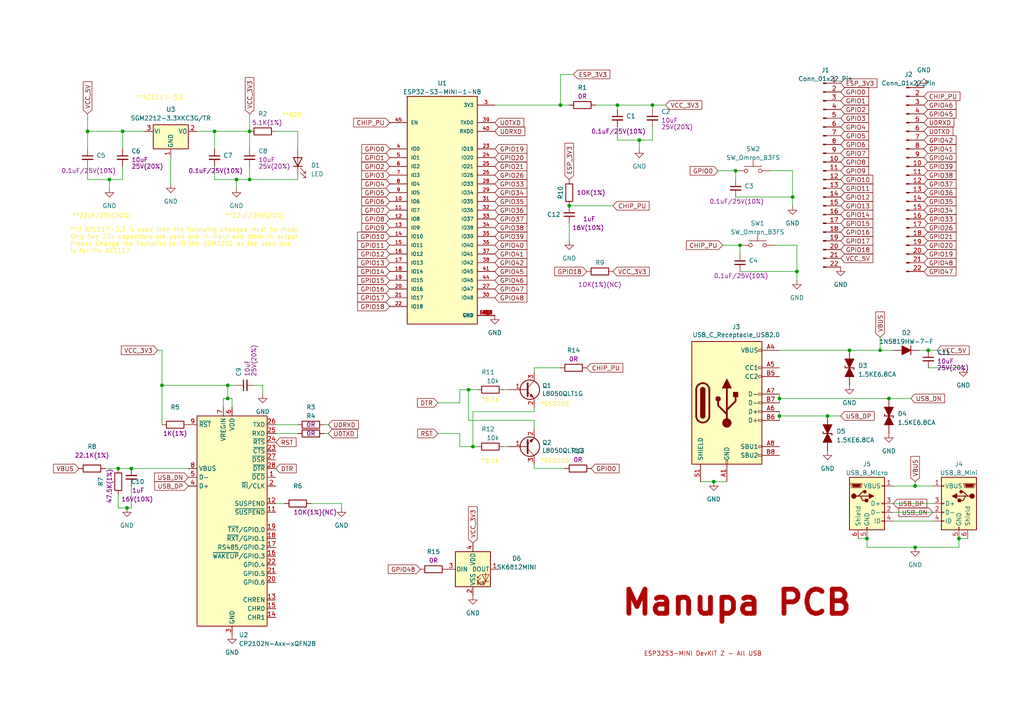
<source format=kicad_sch>
(kicad_sch (version 20230121) (generator eeschema)
  (paper "A4")
  (junction (at 35.56 38.1))
  (junction (at 257.81 115.57))
  (junction (at 165.1 59.69))
  (junction (at 62.23 38.1))
  (junction (at 265.43 140.97))
  (junction (at 213.36 49.53))
  (junction (at 179.07 30.48))
  (junction (at 229.87 57.15))
  (junction (at 162.56 30.48))
  (junction (at 66.04 115.57))
  (junction (at 46.99 111.76))
  (junction (at 31.75 52.07))
  (junction (at 25.4 38.1))
  (junction (at 68.58 52.07))
  (junction (at 72.39 38.1))
  (junction (at 240.03 120.65))
  (junction (at 36.83 147.32))
  (junction (at 265.43 158.75))
  (junction (at 246.38 101.6))
  (junction (at 231.14 78.74))
  (junction (at 137.16 129.54))
  (junction (at 226.06 120.65))
  (junction (at 207.01 139.7))
  (junction (at 278.13 156.21))
  (junction (at 189.23 30.48))
  (junction (at 255.27 101.6))
  (junction (at 214.63 71.12))
  (junction (at 38.1 135.89))
  (junction (at 269.24 101.6))
  (junction (at 72.39 52.07))
  (junction (at 66.04 111.76))
  (junction (at 226.06 115.57))
  (junction (at 185.42 40.64))
  (junction (at 34.29 135.89))
  (junction (at 251.46 156.21))
  (junction (at 135.89 113.03))
  (wire (pts (xy 255.27 97.79) (xy 255.27 101.6)))
  (wire (pts (xy 34.29 143.51) (xy 34.29 147.32)))
  (wire (pts (xy 214.63 73.66) (xy 214.63 71.12)))
  (wire (pts (xy 226.06 120.65) (xy 226.06 121.92)))
  (wire (pts (xy 207.01 139.7) (xy 210.82 139.7)))
  (wire (pts (xy 146.05 129.54) (xy 147.32 129.54)))
  (wire (pts (xy 179.07 40.64) (xy 185.42 40.64)))
  (wire (pts (xy 154.94 119.38) (xy 137.16 119.38)))
  (wire (pts (xy 38.1 135.89) (xy 54.61 135.89)))
  (wire (pts (xy 264.16 115.57) (xy 257.81 115.57)))
  (wire (pts (xy 38.1 147.32) (xy 36.83 147.32)))
  (wire (pts (xy 223.52 49.53) (xy 229.87 49.53)))
  (wire (pts (xy 189.23 30.48) (xy 193.04 30.48)))
  (wire (pts (xy 68.58 52.07) (xy 72.39 52.07)))
  (wire (pts (xy 209.55 71.12) (xy 214.63 71.12)))
  (wire (pts (xy 259.08 151.13) (xy 270.51 151.13)))
  (wire (pts (xy 62.23 52.07) (xy 62.23 48.26)))
  (wire (pts (xy 80.01 125.73) (xy 86.36 125.73)))
  (wire (pts (xy 127 116.84) (xy 133.35 116.84)))
  (wire (pts (xy 93.98 123.19) (xy 95.25 123.19)))
  (wire (pts (xy 68.58 52.07) (xy 68.58 54.61)))
  (wire (pts (xy 93.98 125.73) (xy 95.25 125.73)))
  (wire (pts (xy 189.23 40.64) (xy 189.23 36.83)))
  (wire (pts (xy 259.08 146.05) (xy 270.51 146.05)))
  (wire (pts (xy 259.08 148.59) (xy 270.51 148.59)))
  (wire (pts (xy 133.35 116.84) (xy 133.35 113.03)))
  (wire (pts (xy 147.32 113.03) (xy 146.05 113.03)))
  (wire (pts (xy 35.56 52.07) (xy 35.56 48.26)))
  (wire (pts (xy 72.39 52.07) (xy 72.39 48.26)))
  (wire (pts (xy 255.27 101.6) (xy 259.08 101.6)))
  (wire (pts (xy 25.4 52.07) (xy 25.4 48.26)))
  (wire (pts (xy 213.36 57.15) (xy 229.87 57.15)))
  (wire (pts (xy 64.77 118.11) (xy 64.77 115.57)))
  (wire (pts (xy 231.14 78.74) (xy 231.14 81.28)))
  (wire (pts (xy 154.94 118.11) (xy 154.94 119.38)))
  (wire (pts (xy 82.55 146.05) (xy 80.01 146.05)))
  (wire (pts (xy 133.35 125.73) (xy 133.35 129.54)))
  (wire (pts (xy 72.39 52.07) (xy 86.36 52.07)))
  (wire (pts (xy 203.2 139.7) (xy 207.01 139.7)))
  (wire (pts (xy 243.84 120.65) (xy 240.03 120.65)))
  (wire (pts (xy 165.1 59.69) (xy 177.8 59.69)))
  (wire (pts (xy 25.4 52.07) (xy 31.75 52.07)))
  (wire (pts (xy 278.13 158.75) (xy 278.13 156.21)))
  (wire (pts (xy 179.07 30.48) (xy 179.07 31.75)))
  (wire (pts (xy 259.08 140.97) (xy 265.43 140.97)))
  (wire (pts (xy 90.17 146.05) (xy 99.06 146.05)))
  (wire (pts (xy 154.94 106.68) (xy 162.56 106.68)))
  (wire (pts (xy 162.56 30.48) (xy 165.1 30.48)))
  (wire (pts (xy 265.43 158.75) (xy 278.13 158.75)))
  (wire (pts (xy 162.56 21.59) (xy 162.56 30.48)))
  (wire (pts (xy 154.94 135.89) (xy 163.83 135.89)))
  (wire (pts (xy 86.36 38.1) (xy 86.36 43.18)))
  (wire (pts (xy 72.39 38.1) (xy 72.39 43.18)))
  (wire (pts (xy 66.04 111.76) (xy 46.99 111.76)))
  (wire (pts (xy 137.16 119.38) (xy 137.16 129.54)))
  (wire (pts (xy 226.06 119.38) (xy 226.06 120.65)))
  (wire (pts (xy 226.06 115.57) (xy 226.06 116.84)))
  (wire (pts (xy 34.29 147.32) (xy 36.83 147.32)))
  (wire (pts (xy 246.38 101.6) (xy 255.27 101.6)))
  (wire (pts (xy 229.87 49.53) (xy 229.87 57.15)))
  (wire (pts (xy 35.56 43.18) (xy 35.56 38.1)))
  (wire (pts (xy 38.1 140.97) (xy 38.1 147.32)))
  (wire (pts (xy 214.63 78.74) (xy 231.14 78.74)))
  (wire (pts (xy 57.15 38.1) (xy 62.23 38.1)))
  (wire (pts (xy 86.36 50.8) (xy 86.36 52.07)))
  (wire (pts (xy 25.4 38.1) (xy 35.56 38.1)))
  (wire (pts (xy 185.42 40.64) (xy 189.23 40.64)))
  (wire (pts (xy 224.79 71.12) (xy 231.14 71.12)))
  (wire (pts (xy 62.23 38.1) (xy 72.39 38.1)))
  (wire (pts (xy 179.07 40.64) (xy 179.07 36.83)))
  (wire (pts (xy 25.4 38.1) (xy 25.4 43.18)))
  (wire (pts (xy 226.06 101.6) (xy 246.38 101.6)))
  (wire (pts (xy 99.06 147.32) (xy 99.06 146.05)))
  (wire (pts (xy 46.99 111.76) (xy 46.99 123.19)))
  (wire (pts (xy 166.37 21.59) (xy 162.56 21.59)))
  (wire (pts (xy 46.99 101.6) (xy 46.99 111.76)))
  (wire (pts (xy 154.94 107.95) (xy 154.94 106.68)))
  (wire (pts (xy 229.87 57.15) (xy 229.87 59.69)))
  (wire (pts (xy 138.43 129.54) (xy 137.16 129.54)))
  (wire (pts (xy 179.07 30.48) (xy 189.23 30.48)))
  (wire (pts (xy 76.2 114.3) (xy 76.2 111.76)))
  (wire (pts (xy 133.35 113.03) (xy 135.89 113.03)))
  (wire (pts (xy 154.94 121.92) (xy 154.94 124.46)))
  (wire (pts (xy 231.14 71.12) (xy 231.14 78.74)))
  (wire (pts (xy 226.06 114.3) (xy 226.06 115.57)))
  (wire (pts (xy 68.58 111.76) (xy 66.04 111.76)))
  (wire (pts (xy 34.29 135.89) (xy 38.1 135.89)))
  (wire (pts (xy 66.04 115.57) (xy 67.31 115.57)))
  (wire (pts (xy 278.13 156.21) (xy 280.67 156.21)))
  (wire (pts (xy 143.51 30.48) (xy 162.56 30.48)))
  (wire (pts (xy 31.75 52.07) (xy 35.56 52.07)))
  (wire (pts (xy 189.23 30.48) (xy 189.23 31.75)))
  (wire (pts (xy 208.28 49.53) (xy 213.36 49.53)))
  (wire (pts (xy 25.4 33.02) (xy 25.4 38.1)))
  (wire (pts (xy 265.43 140.97) (xy 270.51 140.97)))
  (wire (pts (xy 248.92 156.21) (xy 251.46 156.21)))
  (wire (pts (xy 45.72 101.6) (xy 46.99 101.6)))
  (wire (pts (xy 137.16 129.54) (xy 133.35 129.54)))
  (wire (pts (xy 135.89 113.03) (xy 135.89 121.92)))
  (wire (pts (xy 266.7 101.6) (xy 269.24 101.6)))
  (wire (pts (xy 67.31 115.57) (xy 67.31 118.11)))
  (wire (pts (xy 31.75 52.07) (xy 31.75 54.61)))
  (wire (pts (xy 127 125.73) (xy 133.35 125.73)))
  (wire (pts (xy 251.46 158.75) (xy 251.46 156.21)))
  (wire (pts (xy 269.24 106.68) (xy 279.4 106.68)))
  (wire (pts (xy 72.39 33.02) (xy 72.39 38.1)))
  (wire (pts (xy 80.01 38.1) (xy 86.36 38.1)))
  (wire (pts (xy 240.03 120.65) (xy 226.06 120.65)))
  (wire (pts (xy 64.77 115.57) (xy 66.04 115.57)))
  (wire (pts (xy 269.24 101.6) (xy 271.78 101.6)))
  (wire (pts (xy 66.04 111.76) (xy 66.04 115.57)))
  (wire (pts (xy 265.43 139.7) (xy 265.43 140.97)))
  (wire (pts (xy 30.48 135.89) (xy 34.29 135.89)))
  (wire (pts (xy 62.23 52.07) (xy 68.58 52.07)))
  (wire (pts (xy 135.89 121.92) (xy 154.94 121.92)))
  (wire (pts (xy 185.42 40.64) (xy 185.42 43.18)))
  (wire (pts (xy 49.53 45.72) (xy 49.53 53.34)))
  (wire (pts (xy 213.36 52.07) (xy 213.36 49.53)))
  (wire (pts (xy 80.01 123.19) (xy 86.36 123.19)))
  (wire (pts (xy 135.89 113.03) (xy 138.43 113.03)))
  (wire (pts (xy 154.94 134.62) (xy 154.94 135.89)))
  (wire (pts (xy 35.56 38.1) (xy 41.91 38.1)))
  (wire (pts (xy 257.81 115.57) (xy 226.06 115.57)))
  (wire (pts (xy 251.46 158.75) (xy 265.43 158.75)))
  (wire (pts (xy 165.1 69.85) (xy 165.1 64.77)))
  (wire (pts (xy 172.72 30.48) (xy 179.07 30.48)))
  (wire (pts (xy 62.23 38.1) (xy 62.23 43.18)))
  (wire (pts (xy 76.2 111.76) (xy 73.66 111.76)))
  (text "*SS8050" (at 165.1 118.11 0) (effects (font (size 1.27 1.27)) (justify right bottom)))
  (text "*SS8050" (at 165.1 134.62 0) (effects (font (size 1.27 1.27)) (justify right bottom)))
  (text "**If AZ1117-3.3 is used then the following changes must be made, \nOnly two 22u capacitors are used one in input and other in output\nPlease Change the Footprint to fit the SGM2212 as the used one \nis for the AZ1117" (at 20.32 73.66 0) (effects (font (size 1.27 1.27)) (justify left bottom)))
  (text "**620" (at 87.63 34.29 0) (effects (font (size 1.27 1.27)) (justify right bottom)))
  (text "**AZ1117-3.3" (at 53.34 29.21 0) (effects (font (size 1.27 1.27)) (justify right bottom)))
  (text "*5.1k" (at 144.78 134.62 0) (effects (font (size 1.27 1.27)) (justify right bottom)))
  (text "**22uF/25V(20%)" (at 82.55 63.5 0) (effects (font (size 1.27 1.27)) (justify right bottom)))
  (text "*5.1k" (at 144.78 116.84 0) (effects (font (size 1.27 1.27)) (justify right bottom)))
  (text "**22uF/25V(20%)" (at 38.1 63.5 0) (effects (font (size 1.27 1.27)) (justify right bottom)))
  (text "Manupa PCB\n" (at 247.65 179.07 0) (effects (font (size 7 7) (thickness 1.4) bold) (justify right bottom)))
  (text "ESP32S3-MINI DevKIT Z - All USB" (at 220.98 190.5 0) (effects (font (size 1.27 1.27)) (justify right bottom)))
  (global_label "DTR" (shape input) (at 80.01 135.89 0) (property "Intersheetrefs" "${INTERSHEET_REFS}" (effects hide)))
  (global_label "GPIO13" (shape input) (at 243.84 59.69 0) (property "Intersheetrefs" "${INTERSHEET_REFS}" (effects hide)))
  (global_label "GPIO47" (shape input) (at 143.51 83.82 0) (property "Intersheetrefs" "${INTERSHEET_REFS}" (effects hide)))
  (global_label "GPIO36" (shape input) (at 143.51 60.96 0) (property "Intersheetrefs" "${INTERSHEET_REFS}" (effects hide)))
  (global_label "GPIO3" (shape input) (at 243.84 34.29 0) (property "Intersheetrefs" "${INTERSHEET_REFS}" (effects hide)))
  (global_label "VCC_3V3" (shape input) (at 72.39 33.02 90) (property "Intersheetrefs" "${INTERSHEET_REFS}" (effects hide)))
  (global_label "GPIO39" (shape input) (at 143.51 68.58 0) (property "Intersheetrefs" "${INTERSHEET_REFS}" (effects hide)))
  (global_label "GPIO41" (shape input) (at 267.97 43.18 0) (property "Intersheetrefs" "${INTERSHEET_REFS}" (effects hide)))
  (global_label "GPIO17" (shape input) (at 243.84 69.85 0) (property "Intersheetrefs" "${INTERSHEET_REFS}" (effects hide)))
  (global_label "GPIO10" (shape input) (at 243.84 52.07 0) (property "Intersheetrefs" "${INTERSHEET_REFS}" (effects hide)))
  (global_label "GPIO9" (shape input) (at 243.84 49.53 0) (property "Intersheetrefs" "${INTERSHEET_REFS}" (effects hide)))
  (global_label "GPIO1" (shape input) (at 243.84 29.21 0) (property "Intersheetrefs" "${INTERSHEET_REFS}" (effects hide)))
  (global_label "GPIO38" (shape input) (at 267.97 50.8 0) (property "Intersheetrefs" "${INTERSHEET_REFS}" (effects hide)))
  (global_label "GPIO1" (shape input) (at 113.03 45.72 180) (property "Intersheetrefs" "${INTERSHEET_REFS}" (effects hide)))
  (global_label "VCC_5V" (shape input) (at 243.84 74.93 0) (property "Intersheetrefs" "${INTERSHEET_REFS}" (effects hide)))
  (global_label "GPIO13" (shape input) (at 113.03 76.2 180) (property "Intersheetrefs" "${INTERSHEET_REFS}" (effects hide)))
  (global_label "GPIO18" (shape input) (at 113.03 88.9 180) (property "Intersheetrefs" "${INTERSHEET_REFS}" (effects hide)))
  (global_label "ESP_3V3" (shape input) (at 166.37 21.59 0) (property "Intersheetrefs" "${INTERSHEET_REFS}" (effects hide)))
  (global_label "GPIO41" (shape input) (at 143.51 73.66 0) (property "Intersheetrefs" "${INTERSHEET_REFS}" (effects hide)))
  (global_label "GPIO34" (shape input) (at 267.97 60.96 0) (property "Intersheetrefs" "${INTERSHEET_REFS}" (effects hide)))
  (global_label "VCC_3V3" (shape input) (at 193.04 30.48 0) (property "Intersheetrefs" "${INTERSHEET_REFS}" (effects hide)))
  (global_label "GPIO0" (shape input) (at 113.03 43.18 180) (property "Intersheetrefs" "${INTERSHEET_REFS}" (effects hide)))
  (global_label "GPIO20" (shape input) (at 267.97 71.12 0) (property "Intersheetrefs" "${INTERSHEET_REFS}" (effects hide)))
  (global_label "GPIO37" (shape input) (at 267.97 53.34 0) (property "Intersheetrefs" "${INTERSHEET_REFS}" (effects hide)))
  (global_label "GPIO21" (shape input) (at 267.97 68.58 0) (property "Intersheetrefs" "${INTERSHEET_REFS}" (effects hide)))
  (global_label "GPIO14" (shape input) (at 243.84 62.23 0) (property "Intersheetrefs" "${INTERSHEET_REFS}" (effects hide)))
  (global_label "GPIO3" (shape input) (at 113.03 50.8 180) (property "Intersheetrefs" "${INTERSHEET_REFS}" (effects hide)))
  (global_label "GPIO33" (shape input) (at 143.51 53.34 0) (property "Intersheetrefs" "${INTERSHEET_REFS}" (effects hide)))
  (global_label "VCC_5V" (shape input) (at 271.78 101.6 0) (property "Intersheetrefs" "${INTERSHEET_REFS}" (effects hide)))
  (global_label "GPIO12" (shape input) (at 113.03 73.66 180) (property "Intersheetrefs" "${INTERSHEET_REFS}" (effects hide)))
  (global_label "USB_DN" (shape input) (at 54.61 138.43 180) (property "Intersheetrefs" "${INTERSHEET_REFS}" (effects hide)))
  (global_label "GPIO39" (shape input) (at 267.97 48.26 0) (property "Intersheetrefs" "${INTERSHEET_REFS}" (effects hide)))
  (global_label "ESP_3V3" (shape input) (at 165.1 52.07 90) (property "Intersheetrefs" "${INTERSHEET_REFS}" (effects hide)))
  (global_label "VCC_3V3" (shape input) (at 45.72 101.6 180) (property "Intersheetrefs" "${INTERSHEET_REFS}" (effects hide)))
  (global_label "GPIO38" (shape input) (at 143.51 66.04 0) (property "Intersheetrefs" "${INTERSHEET_REFS}" (effects hide)))
  (global_label "GPIO17" (shape input) (at 113.03 86.36 180) (property "Intersheetrefs" "${INTERSHEET_REFS}" (effects hide)))
  (global_label "GPIO4" (shape input) (at 113.03 53.34 180) (property "Intersheetrefs" "${INTERSHEET_REFS}" (effects hide)))
  (global_label "GPIO46" (shape input) (at 267.97 30.48 0) (property "Intersheetrefs" "${INTERSHEET_REFS}" (effects hide)))
  (global_label "GPIO2" (shape input) (at 113.03 48.26 180) (property "Intersheetrefs" "${INTERSHEET_REFS}" (effects hide)))
  (global_label "CHIP_PU" (shape input) (at 170.18 106.68 0) (property "Intersheetrefs" "${INTERSHEET_REFS}" (effects hide)))
  (global_label "GPIO0" (shape input) (at 208.28 49.53 180) (property "Intersheetrefs" "${INTERSHEET_REFS}" (effects hide)))
  (global_label "GPIO6" (shape input) (at 243.84 41.91 0) (property "Intersheetrefs" "${INTERSHEET_REFS}" (effects hide)))
  (global_label "GPIO35" (shape input) (at 143.51 58.42 0) (property "Intersheetrefs" "${INTERSHEET_REFS}" (effects hide)))
  (global_label "GPIO33" (shape input) (at 267.97 63.5 0) (property "Intersheetrefs" "${INTERSHEET_REFS}" (effects hide)))
  (global_label "CHIP_PU" (shape input) (at 113.03 35.56 180) (property "Intersheetrefs" "${INTERSHEET_REFS}" (effects hide)))
  (global_label "USB_DN" (shape input) (at 264.16 115.57 0) (property "Intersheetrefs" "${INTERSHEET_REFS}" (effects hide)))
  (global_label "GPIO8" (shape input) (at 243.84 46.99 0) (property "Intersheetrefs" "${INTERSHEET_REFS}" (effects hide)))
  (global_label "GPIO21" (shape input) (at 143.51 48.26 0) (property "Intersheetrefs" "${INTERSHEET_REFS}" (effects hide)))
  (global_label "GPIO11" (shape input) (at 113.03 71.12 180) (property "Intersheetrefs" "${INTERSHEET_REFS}" (effects hide)))
  (global_label "GPIO2" (shape input) (at 243.84 31.75 0) (property "Intersheetrefs" "${INTERSHEET_REFS}" (effects hide)))
  (global_label "U0RXD" (shape input) (at 95.25 123.19 0) (property "Intersheetrefs" "${INTERSHEET_REFS}" (effects hide)))
  (global_label "GPIO46" (shape input) (at 143.51 81.28 0) (property "Intersheetrefs" "${INTERSHEET_REFS}" (effects hide)))
  (global_label "CHIP_PU" (shape input) (at 209.55 71.12 180) (property "Intersheetrefs" "${INTERSHEET_REFS}" (effects hide)))
  (global_label "U0RXD" (shape input) (at 143.51 38.1 0) (property "Intersheetrefs" "${INTERSHEET_REFS}" (effects hide)))
  (global_label "USB_DN" (shape input) (at 270.51 148.59 180) (property "Intersheetrefs" "${INTERSHEET_REFS}" (effects hide)))
  (global_label "GPIO37" (shape input) (at 143.51 63.5 0) (property "Intersheetrefs" "${INTERSHEET_REFS}" (effects hide)))
  (global_label "U0TXD" (shape input) (at 267.97 38.1 0) (property "Intersheetrefs" "${INTERSHEET_REFS}" (effects hide)))
  (global_label "GPIO0" (shape input) (at 243.84 26.67 0) (property "Intersheetrefs" "${INTERSHEET_REFS}" (effects hide)))
  (global_label "GPIO10" (shape input) (at 113.03 68.58 180) (property "Intersheetrefs" "${INTERSHEET_REFS}" (effects hide)))
  (global_label "GPIO48" (shape input) (at 143.51 86.36 0) (property "Intersheetrefs" "${INTERSHEET_REFS}" (effects hide)))
  (global_label "GPIO48" (shape input) (at 121.92 165.1 180) (property "Intersheetrefs" "${INTERSHEET_REFS}" (effects hide)))
  (global_label "RST" (shape input) (at 127 125.73 180) (property "Intersheetrefs" "${INTERSHEET_REFS}" (effects hide)))
  (global_label "VBUS" (shape input) (at 265.43 139.7 90) (property "Intersheetrefs" "${INTERSHEET_REFS}" (effects hide)))
  (global_label "VBUS" (shape input) (at 22.86 135.89 180) (property "Intersheetrefs" "${INTERSHEET_REFS}" (effects hide)))
  (global_label "CHIP_PU" (shape input) (at 177.8 59.69 0) (property "Intersheetrefs" "${INTERSHEET_REFS}" (effects hide)))
  (global_label "GPIO16" (shape input) (at 113.03 83.82 180) (property "Intersheetrefs" "${INTERSHEET_REFS}" (effects hide)))
  (global_label "USB_DP" (shape input) (at 259.08 146.05 0) (property "Intersheetrefs" "${INTERSHEET_REFS}" (effects hide)))
  (global_label "DTR" (shape input) (at 127 116.84 180) (property "Intersheetrefs" "${INTERSHEET_REFS}" (effects hide)))
  (global_label "U0TXD" (shape input) (at 95.25 125.73 0) (property "Intersheetrefs" "${INTERSHEET_REFS}" (effects hide)))
  (global_label "GPIO7" (shape input) (at 243.84 44.45 0) (property "Intersheetrefs" "${INTERSHEET_REFS}" (effects hide)))
  (global_label "RST" (shape input) (at 80.01 128.27 0) (property "Intersheetrefs" "${INTERSHEET_REFS}" (effects hide)))
  (global_label "CHIP_PU" (shape input) (at 267.97 27.94 0) (property "Intersheetrefs" "${INTERSHEET_REFS}" (effects hide)))
  (global_label "GPIO18" (shape input) (at 170.18 78.74 180) (property "Intersheetrefs" "${INTERSHEET_REFS}" (effects hide)))
  (global_label "GPIO16" (shape input) (at 243.84 67.31 0) (property "Intersheetrefs" "${INTERSHEET_REFS}" (effects hide)))
  (global_label "GPIO34" (shape input) (at 143.51 55.88 0) (property "Intersheetrefs" "${INTERSHEET_REFS}" (effects hide)))
  (global_label "GPIO15" (shape input) (at 113.03 81.28 180) (property "Intersheetrefs" "${INTERSHEET_REFS}" (effects hide)))
  (global_label "ESP_3V3" (shape input) (at 243.84 24.13 0) (property "Intersheetrefs" "${INTERSHEET_REFS}" (effects hide)))
  (global_label "GPIO35" (shape input) (at 267.97 58.42 0) (property "Intersheetrefs" "${INTERSHEET_REFS}" (effects hide)))
  (global_label "GPIO36" (shape input) (at 267.97 55.88 0) (property "Intersheetrefs" "${INTERSHEET_REFS}" (effects hide)))
  (global_label "GPIO5" (shape input) (at 243.84 39.37 0) (property "Intersheetrefs" "${INTERSHEET_REFS}" (effects hide)))
  (global_label "GPIO4" (shape input) (at 243.84 36.83 0) (property "Intersheetrefs" "${INTERSHEET_REFS}" (effects hide)))
  (global_label "GPIO19" (shape input) (at 143.51 43.18 0) (property "Intersheetrefs" "${INTERSHEET_REFS}" (effects hide)))
  (global_label "VCC_5V" (shape input) (at 25.4 33.02 90) (property "Intersheetrefs" "${INTERSHEET_REFS}" (effects hide)))
  (global_label "USB_DP" (shape input) (at 54.61 140.97 180) (property "Intersheetrefs" "${INTERSHEET_REFS}" (effects hide)))
  (global_label "VCC_3V3" (shape input) (at 137.16 157.48 90) (property "Intersheetrefs" "${INTERSHEET_REFS}" (effects hide)))
  (global_label "GPIO18" (shape input) (at 243.84 72.39 0) (property "Intersheetrefs" "${INTERSHEET_REFS}" (effects hide)))
  (global_label "GPIO42" (shape input) (at 143.51 76.2 0) (property "Intersheetrefs" "${INTERSHEET_REFS}" (effects hide)))
  (global_label "U0RXD" (shape input) (at 267.97 35.56 0) (property "Intersheetrefs" "${INTERSHEET_REFS}" (effects hide)))
  (global_label "GPIO48" (shape input) (at 267.97 76.2 0) (property "Intersheetrefs" "${INTERSHEET_REFS}" (effects hide)))
  (global_label "GPIO15" (shape input) (at 243.84 64.77 0) (property "Intersheetrefs" "${INTERSHEET_REFS}" (effects hide)))
  (global_label "GPIO19" (shape input) (at 267.97 73.66 0) (property "Intersheetrefs" "${INTERSHEET_REFS}" (effects hide)))
  (global_label "GPIO47" (shape input) (at 267.97 78.74 0) (property "Intersheetrefs" "${INTERSHEET_REFS}" (effects hide)))
  (global_label "GPIO26" (shape input) (at 143.51 50.8 0) (property "Intersheetrefs" "${INTERSHEET_REFS}" (effects hide)))
  (global_label "GPIO40" (shape input) (at 143.51 71.12 0) (property "Intersheetrefs" "${INTERSHEET_REFS}" (effects hide)))
  (global_label "GPIO42" (shape input) (at 267.97 40.64 0) (property "Intersheetrefs" "${INTERSHEET_REFS}" (effects hide)))
  (global_label "GPIO9" (shape input) (at 113.03 66.04 180) (property "Intersheetrefs" "${INTERSHEET_REFS}" (effects hide)))
  (global_label "GPIO5" (shape input) (at 113.03 55.88 180) (property "Intersheetrefs" "${INTERSHEET_REFS}" (effects hide)))
  (global_label "GPIO8" (shape input) (at 113.03 63.5 180) (property "Intersheetrefs" "${INTERSHEET_REFS}" (effects hide)))
  (global_label "VCC_3V3" (shape input) (at 177.8 78.74 0) (property "Intersheetrefs" "${INTERSHEET_REFS}" (effects hide)))
  (global_label "GPIO11" (shape input) (at 243.84 54.61 0) (property "Intersheetrefs" "${INTERSHEET_REFS}" (effects hide)))
  (global_label "GPIO12" (shape input) (at 243.84 57.15 0) (property "Intersheetrefs" "${INTERSHEET_REFS}" (effects hide)))
  (global_label "GPIO45" (shape input) (at 267.97 33.02 0) (property "Intersheetrefs" "${INTERSHEET_REFS}" (effects hide)))
  (global_label "GPIO26" (shape input) (at 267.97 66.04 0) (property "Intersheetrefs" "${INTERSHEET_REFS}" (effects hide)))
  (global_label "GPIO40" (shape input) (at 267.97 45.72 0) (property "Intersheetrefs" "${INTERSHEET_REFS}" (effects hide)))
  (global_label "USB_DP" (shape input) (at 243.84 120.65 0) (property "Intersheetrefs" "${INTERSHEET_REFS}" (effects hide)))
  (global_label "GPIO45" (shape input) (at 143.51 78.74 0) (property "Intersheetrefs" "${INTERSHEET_REFS}" (effects hide)))
  (global_label "U0TXD" (shape input) (at 143.51 35.56 0) (property "Intersheetrefs" "${INTERSHEET_REFS}" (effects hide)))
  (global_label "GPIO0" (shape input) (at 171.45 135.89 0) (property "Intersheetrefs" "${INTERSHEET_REFS}" (effects hide)))
  (global_label "GPIO20" (shape input) (at 143.51 45.72 0) (property "Intersheetrefs" "${INTERSHEET_REFS}" (effects hide)))
  (global_label "GPIO6" (shape input) (at 113.03 58.42 180) (property "Intersheetrefs" "${INTERSHEET_REFS}" (effects hide)))
  (global_label "GPIO14" (shape input) (at 113.03 78.74 180) (property "Intersheetrefs" "${INTERSHEET_REFS}" (effects hide)))
  (global_label "GPIO7" (shape input) (at 113.03 60.96 180) (property "Intersheetrefs" "${INTERSHEET_REFS}" (effects hide)))
  (global_label "VBUS" (shape input) (at 255.27 97.79 90) (property "Intersheetrefs" "${INTERSHEET_REFS}" (effects hide)))
  (symbol (lib_id "PCM_4ms_Power-symbol:GND") (at 99.06 147.32 0) (unit 1)
    (property "Reference" "#PWR012" (effects hide))
    (property "Value" "GND" (at 99.06 152.4 0))
  )
  (symbol (lib_id "Interface_USB:CP2102N-Axx-xQFN28") (at 67.31 151.13 0) (unit 1)
    (property "Reference" "U2" (at 69.2659 184.15 0) (effects (justify left)))
    (property "Value" "CP2102N-Axx-xQFN28" (at 69.2659 186.69 0) (effects (justify left)))
    (property "Footprint" "Package_DFN_QFN:QFN-28-1EP_5x5mm_P0.5mm_EP3.35x3.35mm" (effects hide))
    (property "Datasheet" "https://www.silabs.com/documents/public/data-sheets/cp2102n-datasheet.pdf" (effects hide))
  )
  (symbol (lib_id "PCM_4ms_Resistor:0R_0603") (at 167.64 135.89 90) (unit 1)
    (property "Reference" "R13" (at 167.64 130.81 90))
    (property "Value" "0R_0603" (effects hide))
    (property "Footprint" "PCM_4ms_Resistor:R_0603" (effects hide))
    (property "Specifications" "0R, 1%, 1/10W, 0603" (effects hide))
    (property "Manufacturer" "Yageo" (effects hide))
    (property "Part Number" "RC0603FR-100RL" (effects hide))
    (property "Display" "0R" (at 167.64 133.35 90))
    (property "JLCPCB ID" "C21189" (effects hide))
  )
  (symbol (lib_id "PCM_4ms_Power-symbol:GND") (at 231.14 81.28 0) (unit 1)
    (property "Reference" "#PWR06" (effects hide))
    (property "Value" "GND" (at 231.14 86.36 0))
  )
  (symbol (lib_id "PCM_4ms_Resistor:0R_0603") (at 168.91 30.48 90) (unit 1)
    (property "Reference" "R1" (at 168.91 25.4 90))
    (property "Value" "0R_0603" (effects hide))
    (property "Footprint" "PCM_4ms_Resistor:R_0603" (effects hide))
    (property "Specifications" "0R, 1%, 1/10W, 0603" (effects hide))
    (property "Manufacturer" "Yageo" (effects hide))
    (property "Part Number" "RC0603FR-100RL" (effects hide))
    (property "Display" "0R" (at 168.91 27.94 90))
    (property "JLCPCB ID" "C21189" (effects hide))
  )
  (symbol (lib_id "PCM_4ms_Power-symbol:GND") (at 246.38 111.76 0) (unit 1)
    (property "Reference" "#PWR021" (effects hide))
    (property "Value" "GND" (at 246.38 116.84 0))
  )
  (symbol (lib_id "PCM_4ms_Capacitor:0.1uF_0603_16V") (at 62.23 45.72 0) (unit 1)
    (property "Reference" "C7" (at 64.77 45.0913 0) (effects (justify left)))
    (property "Value" "0.1uF_0603_16V" (effects hide))
    (property "Footprint" "Capacitor_SMD:C_0603_1608Metric" (effects hide))
    (property "Specifications" "0.1uF, Min. 16V 10%, X7R or X5R or similar" (effects hide))
    (property "Manufacturer" "AVX Corporation" (effects hide))
    (property "Part Number" "0603YC104KAT2A" (effects hide))
    (property "Display" "0.1uF/25V(10%)" (at 54.61 49.53 0) (effects (justify left)))
    (property "JLCPCB ID" "C14663" (effects hide))
  )
  (symbol (lib_id "PCM_4ms_Capacitor:0.1uF_0603_16V") (at 179.07 34.29 0) (unit 1)
    (property "Reference" "C1" (at 181.61 33.6613 0) (effects (justify left)))
    (property "Value" "0.1uF_0603_16V" (effects hide))
    (property "Footprint" "Capacitor_SMD:C_0603_1608Metric" (effects hide))
    (property "Specifications" "0.1uF, Min. 16V 10%, X7R or X5R or similar" (effects hide))
    (property "Manufacturer" "AVX Corporation" (effects hide))
    (property "Part Number" "0603YC104KAT2A" (effects hide))
    (property "Display" "0.1uF/25V(10%)" (at 171.45 38.1 0) (effects (justify left)))
    (property "JLCPCB ID" "C14663" (effects hide))
  )
  (symbol (lib_id "PCM_4ms_Capacitor:0.1uF_0603_16V") (at 25.4 45.72 0) (unit 1)
    (property "Reference" "C5" (at 27.94 45.0913 0) (effects (justify left)))
    (property "Value" "0.1uF_0603_16V" (effects hide))
    (property "Footprint" "Capacitor_SMD:C_0603_1608Metric" (effects hide))
    (property "Specifications" "0.1uF, Min. 16V 10%, X7R or X5R or similar" (effects hide))
    (property "Manufacturer" "AVX Corporation" (effects hide))
    (property "Part Number" "0603YC104KAT2A" (effects hide))
    (property "Display" "0.1uF/25V(10%)" (at 17.78 49.53 0) (effects (justify left)))
    (property "JLCPCB ID" "C14663" (effects hide))
  )
  (symbol (lib_id "PCM_Diode_TVS_AKL:1.5KE6.8CA") (at 246.38 106.68 90) (unit 1)
    (property "Reference" "D3" (at 248.92 106.045 90) (effects (justify right)))
    (property "Value" "1.5KE6.8CA" (at 248.92 108.585 90) (effects (justify right)))
    (property "Footprint" "PCM_4ms_Resistor:R_0603" (effects hide))
    (property "Datasheet" "https://www.tme.eu/Document/574f55cd54a0c134073ea930418e1e69/1_5KE_ser.pdf" (effects hide))
  )
  (symbol (lib_id "Switch:SW_Omron_B3FS") (at 219.71 71.12 0) (unit 1)
    (property "Reference" "SW1" (at 219.71 64.77 0))
    (property "Value" "SW_Omron_B3FS" (at 219.71 67.31 0))
    (property "Footprint" "Button_Switch_SMD:SW_SPST_Omron_B3FS-100xP" (effects hide))
    (property "Datasheet" "https://omronfs.omron.com/en_US/ecb/products/pdf/en-b3fs.pdf" (effects hide))
  )
  (symbol (lib_id "Connector:Conn_01x22_Pin") (at 262.89 50.8 0) (unit 1)
    (property "Reference" "J2" (at 263.525 21.59 0))
    (property "Value" "Conn_01x22_Pin" (at 263.525 24.13 0))
    (property "Footprint" "Connector_PinHeader_2.00mm:PinHeader_1x22_P2.00mm_Vertical" (effects hide))
  )
  (symbol (lib_id "PCM_4ms_Capacitor:10uF_1206_35V") (at 269.24 104.14 0) (unit 1)
    (property "Reference" "C11" (at 271.78 102.2413 0) (effects (justify left)))
    (property "Value" "10uF_1206_35V" (effects hide))
    (property "Footprint" "Capacitor_SMD:C_0603_1608Metric" (effects hide))
    (property "Specifications" "10uF, X6S, Min 35V" (effects hide))
    (property "Manufacturer" "TDK" (effects hide))
    (property "Part Number" "C3216X6S1V106K160AC" (effects hide))
    (property "Display" "10uF" (at 271.78 104.7813 0) (effects (justify left)))
    (property "JLCPCB ID" "25V(20%)" (at 271.78 106.68 0) (effects (justify left)))
  )
  (symbol (lib_id "PCM_4ms_Power-symbol:GND") (at 243.84 77.47 0) (unit 1)
    (property "Reference" "#PWR03" (effects hide))
    (property "Value" "GND" (at 243.84 82.55 0))
  )
  (symbol (lib_id "ESP32-S3-MINI-1-N8:ESP32-S3-MINI-1-N8") (at 128.27 60.96 0) (unit 1)
    (property "Reference" "U1" (at 128.27 24.13 0))
    (property "Value" "ESP32-S3-MINI-1-N8" (at 128.27 26.67 0))
    (property "Footprint" "XCVR_ESP32-S3-MINI-1-N8" (effects hide))
    (property "PARTREV" "v0.6" (effects hide))
    (property "STANDARD" "Manufacturer Recommendations" (effects hide))
    (property "MAXIMUM_PACKAGE_HEIGHT" "2.55mm" (effects hide))
    (property "MANUFACTURER" "Espressif" (effects hide))
  )
  (symbol (lib_id "PCM_4ms_Resistor:0R_0603") (at 26.67 135.89 90) (unit 1)
    (property "Reference" "R8" (at 26.67 129.54 90))
    (property "Value" "0R_0603" (effects hide))
    (property "Footprint" "PCM_4ms_Resistor:R_0603" (effects hide))
    (property "Specifications" "0R, 1%, 1/10W, 0603" (effects hide))
    (property "Manufacturer" "Yageo" (effects hide))
    (property "Part Number" "RC0603FR-100RL" (effects hide))
    (property "Display" "22.1K(1%)" (at 26.67 132.08 90))
    (property "JLCPCB ID" "C21189" (effects hide))
  )
  (symbol (lib_id "PCM_4ms_Power-symbol:GND") (at 143.51 91.44 0) (unit 1)
    (property "Reference" "#PWR01" (effects hide))
    (property "Value" "GND" (at 143.51 96.52 0))
  )
  (symbol (lib_id "PCM_Diode_TVS_AKL:1.5KE6.8CA") (at 240.03 125.73 90) (unit 1)
    (property "Reference" "D5" (at 242.57 125.095 90) (effects (justify right)))
    (property "Value" "1.5KE6.8CA" (at 242.57 127.635 90) (effects (justify right)))
    (property "Footprint" "PCM_4ms_Resistor:R_0603" (effects hide))
    (property "Datasheet" "https://www.tme.eu/Document/574f55cd54a0c134073ea930418e1e69/1_5KE_ser.pdf" (effects hide))
  )
  (symbol (lib_id "PCM_4ms_Resistor:0R_0603") (at 50.8 123.19 90) (unit 1)
    (property "Reference" "R5" (at 50.8 118.11 90))
    (property "Value" "0R_0603" (effects hide))
    (property "Footprint" "PCM_4ms_Resistor:R_0603" (effects hide))
    (property "Specifications" "0R, 1%, 1/10W, 0603" (effects hide))
    (property "Manufacturer" "Yageo" (effects hide))
    (property "Part Number" "RC0603FR-100RL" (effects hide))
    (property "Display" "1K(1%)" (at 50.8 125.73 90))
    (property "JLCPCB ID" "C21189" (effects hide))
  )
  (symbol (lib_id "ESP32_Devkit_TypeC-rescue:USB_C_Receptacle_USB2.0-Connector") (at 210.82 116.84 0) (unit 1)
    (property "Reference" "J3" (at 213.5378 94.8182 0))
    (property "Value" "USB_C_Receptacle_USB2.0" (at 213.5378 97.1296 0))
    (property "Footprint" "Connector_USB:USB_C_Receptacle_Palconn_UTC16-G" (effects hide))
    (property "Datasheet" "https://www.usb.org/sites/default/files/documents/usb_type-c.zip" (effects hide))
    (property "LCSC" "C167321" (effects hide))
  )
  (symbol (lib_id "PCM_4ms_Power-symbol:GND") (at 265.43 158.75 0) (unit 1)
    (property "Reference" "#PWR014" (effects hide))
    (property "Value" "GND" (at 265.43 163.83 0))
  )
  (symbol (lib_id "PCM_4ms_Power-symbol:GND") (at 267.97 25.4 0) (mirror x) (unit 1)
    (property "Reference" "#PWR04" (effects hide))
    (property "Value" "GND" (at 267.97 20.32 0))
  )
  (symbol (lib_id "PCM_4ms_Resistor:0R_0603") (at 90.17 125.73 90) (unit 1)
    (property "Reference" "R4" (at 90.17 120.65 90))
    (property "Value" "0R_0603" (effects hide))
    (property "Footprint" "PCM_4ms_Resistor:R_0603" (effects hide))
    (property "Specifications" "0R, 1%, 1/10W, 0603" (effects hide))
    (property "Manufacturer" "Yageo" (effects hide))
    (property "Part Number" "RC0603FR-100RL" (effects hide))
    (property "Display" "0R" (at 90.17 123.19 90))
    (property "JLCPCB ID" "C21189" (effects hide))
  )
  (symbol (lib_id "PCM_4ms_Power-symbol:GND") (at 240.03 130.81 0) (unit 1)
    (property "Reference" "#PWR016" (effects hide))
    (property "Value" "GND" (at 240.03 135.89 0))
  )
  (symbol (lib_id "LED:SK6812MINI") (at 137.16 165.1 0) (unit 1)
    (property "Reference" "D6" (at 149.86 161.9759 0))
    (property "Value" "SK6812MINI" (at 149.86 164.5159 0))
    (property "Footprint" "LED_SMD:LED_SK6812MINI_PLCC4_3.5x3.5mm_P1.75mm" (effects hide))
    (property "Datasheet" "https://cdn-shop.adafruit.com/product-files/2686/SK6812MINI_REV.01-1-2.pdf" (effects hide))
  )
  (symbol (lib_id "PCM_4ms_Capacitor:0.1uF_0603_16V") (at 214.63 76.2 0) (unit 1)
    (property "Reference" "C4" (at 217.17 75.5713 0) (effects (justify left)))
    (property "Value" "0.1uF_0603_16V" (effects hide))
    (property "Footprint" "Capacitor_SMD:C_0603_1608Metric" (effects hide))
    (property "Specifications" "0.1uF, Min. 16V 10%, X7R or X5R or similar" (effects hide))
    (property "Manufacturer" "AVX Corporation" (effects hide))
    (property "Part Number" "0603YC104KAT2A" (effects hide))
    (property "Display" "0.1uF/25V(10%)" (at 207.01 80.01 0) (effects (justify left)))
    (property "JLCPCB ID" "C14663" (effects hide))
  )
  (symbol (lib_id "PCM_4ms_Resistor:0R_0603") (at 173.99 78.74 90) (unit 1)
    (property "Reference" "R9" (at 173.99 76.2 90))
    (property "Value" "0R_0603" (effects hide))
    (property "Footprint" "PCM_4ms_Resistor:R_0603" (effects hide))
    (property "Specifications" "0R, 1%, 1/10W, 0603" (effects hide))
    (property "Manufacturer" "Yageo" (effects hide))
    (property "Part Number" "RC0603FR-100RL" (effects hide))
    (property "Display" "1OK(1%)(NC)" (at 173.99 82.55 90))
    (property "JLCPCB ID" "C21189" (effects hide))
  )
  (symbol (lib_id "PCM_4ms_Power-symbol:GND") (at 76.2 114.3 0) (unit 1)
    (property "Reference" "#PWR011" (effects hide))
    (property "Value" "GND" (at 76.2 119.38 0))
  )
  (symbol (lib_id "PCM_4ms_Resistor:0R_0603") (at 76.2 38.1 90) (unit 1)
    (property "Reference" "R2" (at 76.2 33.02 90))
    (property "Value" "0R_0603" (effects hide))
    (property "Footprint" "PCM_4ms_Resistor:R_0603" (effects hide))
    (property "Specifications" "0R, 1%, 1/10W, 0603" (effects hide))
    (property "Manufacturer" "Yageo" (effects hide))
    (property "Part Number" "RC0603FR-100RL" (effects hide))
    (property "Display" "5.1K(1%)" (at 77.47 35.56 90))
    (property "JLCPCB ID" "C21189" (effects hide))
  )
  (symbol (lib_id "PCM_4ms_Power-symbol:GND") (at 31.75 54.61 0) (unit 1)
    (property "Reference" "#PWR07" (effects hide))
    (property "Value" "GND" (at 31.75 59.69 0))
  )
  (symbol (lib_id "PCM_4ms_Power-symbol:GND") (at 137.16 172.72 0) (unit 1)
    (property "Reference" "#PWR020" (effects hide))
    (property "Value" "GND" (at 137.16 177.8 0))
  )
  (symbol (lib_id "PCM_4ms_Capacitor:10uF_1206_35V") (at 71.12 111.76 90) (unit 1)
    (property "Reference" "C9" (at 69.2213 109.22 0) (effects (justify left)))
    (property "Value" "10uF_1206_35V" (effects hide))
    (property "Footprint" "Capacitor_SMD:C_0603_1608Metric" (effects hide))
    (property "Specifications" "10uF, X6S, Min 35V" (effects hide))
    (property "Manufacturer" "TDK" (effects hide))
    (property "Part Number" "C3216X6S1V106K160AC" (effects hide))
    (property "Display" "10uF" (at 71.7613 109.22 0) (effects (justify left)))
    (property "JLCPCB ID" "25V(20%)" (at 73.66 109.22 0) (effects (justify left)))
  )
  (symbol (lib_id "PCM_4ms_Capacitor:0.1uF_0603_16V") (at 213.36 54.61 0) (unit 1)
    (property "Reference" "C3" (at 215.9 53.9813 0) (effects (justify left)))
    (property "Value" "0.1uF_0603_16V" (effects hide))
    (property "Footprint" "Capacitor_SMD:C_0603_1608Metric" (effects hide))
    (property "Specifications" "0.1uF, Min. 16V 10%, X7R or X5R or similar" (effects hide))
    (property "Manufacturer" "AVX Corporation" (effects hide))
    (property "Part Number" "0603YC104KAT2A" (effects hide))
    (property "Display" "0.1uF/25V(10%)" (at 205.74 58.42 0) (effects (justify left)))
    (property "JLCPCB ID" "C14663" (effects hide))
  )
  (symbol (lib_id "PCM_4ms_Power-symbol:GND") (at 49.53 53.34 0) (unit 1)
    (property "Reference" "#PWR09" (effects hide))
    (property "Value" "GND" (at 49.53 58.42 0))
  )
  (symbol (lib_id "PCM_4ms_Power-symbol:GND") (at 67.31 184.15 0) (unit 1)
    (property "Reference" "#PWR010" (effects hide))
    (property "Value" "GND" (at 67.31 189.23 0))
  )
  (symbol (lib_id "Regulator_Linear:AZ1117-3.3") (at 49.53 38.1 0) (unit 1)
    (property "Reference" "U3" (at 49.53 31.75 0))
    (property "Value" "SGM2212-3.3XKC3G/TR" (at 49.53 34.29 0))
    (property "Footprint" "PCM_Package_TO_SOT_SMD_AKL:SOT-223-3_TabPin2" (effects hide))
    (property "Datasheet" "https://www.diodes.com/assets/Datasheets/AZ1117.pdf" (effects hide))
  )
  (symbol (lib_id "PCM_4ms_Capacitor:10uF_1206_35V") (at 72.39 45.72 0) (unit 1)
    (property "Reference" "C8" (at 74.93 43.8213 0) (effects (justify left)))
    (property "Value" "10uF_1206_35V" (effects hide))
    (property "Footprint" "Capacitor_SMD:C_0603_1608Metric" (effects hide))
    (property "Specifications" "10uF, X6S, Min 35V" (effects hide))
    (property "Manufacturer" "TDK" (effects hide))
    (property "Part Number" "C3216X6S1V106K160AC" (effects hide))
    (property "Display" "10uF" (at 74.93 46.3613 0) (effects (justify left)))
    (property "JLCPCB ID" "25V(20%)" (at 74.93 48.26 0) (effects (justify left)))
  )
  (symbol (lib_id "PCM_Diode_AKL:1SS427") (at 262.89 101.6 0) (unit 1)
    (property "Reference" "D2" (at 262.89 96.52 0))
    (property "Value" "1N5819HW-7-F" (at 262.89 99.06 0))
    (property "Footprint" "PCM_4ms_Resistor:R_0805_2012Metric" (effects hide))
    (property "Datasheet" "https://www.tme.eu/Document/25d564543e912e0436d3d7d81c57cd6b/1SS427.pdf" (effects hide))
  )
  (symbol (lib_id "PCM_4ms_Capacitor:10uF_1206_35V") (at 38.1 138.43 180) (unit 1)
    (property "Reference" "C10" (at 41.91 139.7 0) (effects (justify left)))
    (property "Value" "10uF_1206_35V" (effects hide))
    (property "Footprint" "Capacitor_SMD:C_0603_1608Metric" (effects hide))
    (property "Specifications" "10uF, X6S, Min 35V" (effects hide))
    (property "Manufacturer" "TDK" (effects hide))
    (property "Part Number" "C3216X6S1V106K160AC" (effects hide))
    (property "Display" "1uF" (at 41.91 142.24 0) (effects (justify left)))
    (property "JLCPCB ID" "16V(10%)" (at 44.45 144.78 0) (effects (justify left)))
  )
  (symbol (lib_id "PCM_4ms_Resistor:0R_0603") (at 86.36 146.05 90) (unit 1)
    (property "Reference" "R6" (at 86.36 140.97 90))
    (property "Value" "0R_0603" (effects hide))
    (property "Footprint" "PCM_4ms_Resistor:R_0603" (effects hide))
    (property "Specifications" "0R, 1%, 1/10W, 0603" (effects hide))
    (property "Manufacturer" "Yageo" (effects hide))
    (property "Part Number" "RC0603FR-100RL" (effects hide))
    (property "Display" "1OK(1%)(NC)" (at 91.44 148.59 90))
    (property "JLCPCB ID" "C21189" (effects hide))
  )
  (symbol (lib_id "PCM_4ms_Power-symbol:GND") (at 207.01 139.7 0) (unit 1)
    (property "Reference" "#PWR015" (effects hide))
    (property "Value" "GND" (at 207.01 144.78 0))
  )
  (symbol (lib_id "PCM_4ms_Capacitor:10uF_1206_35V") (at 35.56 45.72 0) (unit 1)
    (property "Reference" "C6" (at 38.1 43.8213 0) (effects (justify left)))
    (property "Value" "10uF_1206_35V" (effects hide))
    (property "Footprint" "Capacitor_SMD:C_0603_1608Metric" (effects hide))
    (property "Specifications" "10uF, X6S, Min 35V" (effects hide))
    (property "Manufacturer" "TDK" (effects hide))
    (property "Part Number" "C3216X6S1V106K160AC" (effects hide))
    (property "Display" "10uF" (at 38.1 46.3613 0) (effects (justify left)))
    (property "JLCPCB ID" "25V(20%)" (at 38.1 48.26 0) (effects (justify left)))
  )
  (symbol (lib_id "Connector:USB_B_Micro") (at 251.46 146.05 0) (unit 1)
    (property "Reference" "J5" (at 251.46 134.62 0))
    (property "Value" "USB_B_Micro" (at 251.46 137.16 0))
    (property "Footprint" "Connector_USB:USB_Micro-AB_Molex_47590-0001" (effects hide))
  )
  (symbol (lib_id "Transistor_BJT:MMBT3904") (at 152.4 113.03 0) (unit 1)
    (property "Reference" "Q1" (at 157.226 111.8616 0) (effects (justify left)))
    (property "Value" "L8050QLT1G" (at 157.226 114.173 0) (effects (justify left)))
    (property "Footprint" "Package_TO_SOT_SMD:SOT-23" (effects hide))
    (property "Datasheet" "https://www.fairchildsemi.com/datasheets/2N/2N3904.pdf" (effects hide))
    (property "LCSC" "C2150" (effects hide))
  )
  (symbol (lib_id "Device:R") (at 142.24 113.03 270) (unit 1)
    (property "Reference" "R11" (at 143.51 107.95 90) (effects (justify right)))
    (property "Value" "10k" (at 144.78 110.49 90) (effects (justify right)))
    (property "Footprint" "PCM_4ms_Resistor:R_0603" (effects hide))
    (property "LCSC" " C25905" (effects hide))
  )
  (symbol (lib_id "Connector:USB_B_Mini") (at 278.13 146.05 0) (mirror y) (unit 1)
    (property "Reference" "J4" (at 278.13 134.62 0))
    (property "Value" "USB_B_Mini" (at 278.13 137.16 0))
    (property "Footprint" "Connector_USB:USB_Mini-B_Lumberg_2486_01_Horizontal" (effects hide))
  )
  (symbol (lib_id "PCM_4ms_Power-symbol:GND") (at 185.42 43.18 0) (unit 1)
    (property "Reference" "#PWR02" (effects hide))
    (property "Value" "GND" (at 185.42 48.26 0))
  )
  (symbol (lib_id "PCM_4ms_Resistor:0R_0603") (at 166.37 106.68 90) (unit 1)
    (property "Reference" "R14" (at 166.37 101.6 90))
    (property "Value" "0R_0603" (effects hide))
    (property "Footprint" "PCM_4ms_Resistor:R_0603" (effects hide))
    (property "Specifications" "0R, 1%, 1/10W, 0603" (effects hide))
    (property "Manufacturer" "Yageo" (effects hide))
    (property "Part Number" "RC0603FR-100RL" (effects hide))
    (property "Display" "0R" (at 166.37 104.14 90))
    (property "JLCPCB ID" "C21189" (effects hide))
  )
  (symbol (lib_id "PCM_4ms_Resistor:0R_0603") (at 165.1 55.88 180) (unit 1)
    (property "Reference" "R10" (at 162.56 55.88 90))
    (property "Value" "0R_0603" (effects hide))
    (property "Footprint" "PCM_4ms_Resistor:R_0603" (effects hide))
    (property "Specifications" "0R, 1%, 1/10W, 0603" (effects hide))
    (property "Manufacturer" "Yageo" (effects hide))
    (property "Part Number" "RC0603FR-100RL" (effects hide))
    (property "Display" "1OK(1%)" (at 171.45 55.88 0))
    (property "JLCPCB ID" "C21189" (effects hide))
  )
  (symbol (lib_id "PCM_4ms_Power-symbol:GND") (at 257.81 125.73 0) (unit 1)
    (property "Reference" "#PWR017" (effects hide))
    (property "Value" "GND" (at 257.81 130.81 0))
  )
  (symbol (lib_id "Device:R") (at 142.24 129.54 270) (unit 1)
    (property "Reference" "R12" (at 143.51 124.46 90) (effects (justify right)))
    (property "Value" "10k" (at 144.78 127 90) (effects (justify right)))
    (property "Footprint" "PCM_4ms_Resistor:R_0603" (effects hide))
    (property "LCSC" " C25905" (effects hide))
  )
  (symbol (lib_id "PCM_4ms_Power-symbol:GND") (at 165.1 69.85 0) (unit 1)
    (property "Reference" "#PWR019" (effects hide))
    (property "Value" "GND" (at 165.1 74.93 0))
  )
  (symbol (lib_id "PCM_4ms_Power-symbol:GND") (at 68.58 54.61 0) (unit 1)
    (property "Reference" "#PWR08" (effects hide))
    (property "Value" "GND" (at 68.58 59.69 0))
  )
  (symbol (lib_id "PCM_4ms_Power-symbol:GND") (at 36.83 147.32 0) (unit 1)
    (property "Reference" "#PWR013" (effects hide))
    (property "Value" "GND" (at 36.83 152.4 0))
  )
  (symbol (lib_id "PCM_4ms_Power-symbol:GND") (at 279.4 106.68 0) (unit 1)
    (property "Reference" "#PWR018" (effects hide))
    (property "Value" "GND" (at 279.4 111.76 0))
  )
  (symbol (lib_id "PCM_4ms_Resistor:0R_0603") (at 90.17 123.19 90) (unit 1)
    (property "Reference" "R3" (at 90.17 118.11 90))
    (property "Value" "0R_0603" (effects hide))
    (property "Footprint" "PCM_4ms_Resistor:R_0603" (effects hide))
    (property "Specifications" "0R, 1%, 1/10W, 0603" (effects hide))
    (property "Manufacturer" "Yageo" (effects hide))
    (property "Part Number" "RC0603FR-100RL" (effects hide))
    (property "Display" "0R" (at 90.17 125.73 90))
    (property "JLCPCB ID" "C21189" (effects hide))
  )
  (symbol (lib_id "PCM_4ms_Power-symbol:GND") (at 229.87 59.69 0) (unit 1)
    (property "Reference" "#PWR05" (effects hide))
    (property "Value" "GND" (at 229.87 64.77 0))
  )
  (symbol (lib_id "Switch:SW_Omron_B3FS") (at 218.44 49.53 0) (unit 1)
    (property "Reference" "SW2" (at 218.44 43.18 0))
    (property "Value" "SW_Omron_B3FS" (at 218.44 45.72 0))
    (property "Footprint" "Button_Switch_SMD:SW_SPST_Omron_B3FS-100xP" (effects hide))
    (property "Datasheet" "https://omronfs.omron.com/en_US/ecb/products/pdf/en-b3fs.pdf" (effects hide))
  )
  (symbol (lib_id "Device:LED") (at 86.36 46.99 90) (unit 1)
    (property "Reference" "D1" (at 90.17 47.9425 90) (effects (justify right)))
    (property "Value" "LED" (at 90.17 50.4825 90) (effects (justify right)))
    (property "Footprint" "LED_SMD:LED_0603_1608Metric" (effects hide))
  )
  (symbol (lib_id "PCM_4ms_Capacitor:10uF_1206_35V") (at 165.1 62.23 180) (unit 1)
    (property "Reference" "C12" (at 162.56 62.23 0) (effects (justify left)))
    (property "Value" "10uF_1206_35V" (effects hide))
    (property "Footprint" "Capacitor_SMD:C_0603_1608Metric" (effects hide))
    (property "Specifications" "10uF, X6S, Min 35V" (effects hide))
    (property "Manufacturer" "TDK" (effects hide))
    (property "Part Number" "C3216X6S1V106K160AC" (effects hide))
    (property "Display" "1uF" (at 172.72 63.5 0) (effects (justify left)))
    (property "JLCPCB ID" "16V(10%)" (at 175.26 66.04 0) (effects (justify left)))
  )
  (symbol (lib_id "Connector:Conn_01x22_Pin") (at 238.76 49.53 0) (unit 1)
    (property "Reference" "J1" (at 239.395 20.32 0))
    (property "Value" "Conn_01x22_Pin" (at 239.395 22.86 0))
    (property "Footprint" "Connector_PinHeader_2.00mm:PinHeader_1x22_P2.00mm_Vertical" (effects hide))
  )
  (symbol (lib_id "Transistor_BJT:MMBT3904") (at 152.4 129.54 0) (mirror x) (unit 1)
    (property "Reference" "Q2" (at 157.226 128.3716 0) (effects (justify left)))
    (property "Value" "L8050QLT1G" (at 157.226 130.683 0) (effects (justify left)))
    (property "Footprint" "Package_TO_SOT_SMD:SOT-23" (effects hide))
    (property "Datasheet" "https://www.fairchildsemi.com/datasheets/2N/2N3904.pdf" (effects hide))
    (property "LCSC" "C2150" (effects hide))
  )
  (symbol (lib_id "PCM_Diode_TVS_AKL:1.5KE6.8CA") (at 257.81 120.65 90) (unit 1)
    (property "Reference" "D4" (at 260.35 120.015 90) (effects (justify right)))
    (property "Value" "1.5KE6.8CA" (at 260.35 122.555 90) (effects (justify right)))
    (property "Footprint" "PCM_4ms_Resistor:R_0603" (effects hide))
    (property "Datasheet" "https://www.tme.eu/Document/574f55cd54a0c134073ea930418e1e69/1_5KE_ser.pdf" (effects hide))
  )
  (symbol (lib_id "PCM_4ms_Resistor:0R_0603") (at 125.73 165.1 90) (unit 1)
    (property "Reference" "R15" (at 125.73 160.02 90))
    (property "Value" "0R_0603" (effects hide))
    (property "Footprint" "PCM_4ms_Resistor:R_0603" (effects hide))
    (property "Specifications" "0R, 1%, 1/10W, 0603" (effects hide))
    (property "Manufacturer" "Yageo" (effects hide))
    (property "Part Number" "RC0603FR-100RL" (effects hide))
    (property "Display" "0R" (at 125.73 162.56 90))
    (property "JLCPCB ID" "C21189" (effects hide))
  )
  (symbol (lib_id "PCM_4ms_Resistor:0R_0603") (at 34.29 139.7 180) (unit 1)
    (property "Reference" "R7" (at 29.21 139.7 90))
    (property "Value" "0R_0603" (effects hide))
    (property "Footprint" "PCM_4ms_Resistor:R_0603" (effects hide))
    (property "Specifications" "0R, 1%, 1/10W, 0603" (effects hide))
    (property "Manufacturer" "Yageo" (effects hide))
    (property "Part Number" "RC0603FR-100RL" (effects hide))
    (property "Display" "47.5K(1%)" (at 31.75 140.97 90))
    (property "JLCPCB ID" "C21189" (effects hide))
  )
  (symbol (lib_id "PCM_4ms_Capacitor:10uF_1206_35V") (at 189.23 34.29 0) (unit 1)
    (property "Reference" "C2" (at 191.77 32.3913 0) (effects (justify left)))
    (property "Value" "10uF_1206_35V" (effects hide))
    (property "Footprint" "Capacitor_SMD:C_0603_1608Metric" (effects hide))
    (property "Specifications" "10uF, X6S, Min 35V" (effects hide))
    (property "Manufacturer" "TDK" (effects hide))
    (property "Part Number" "C3216X6S1V106K160AC" (effects hide))
    (property "Display" "10uF" (at 191.77 34.9313 0) (effects (justify left)))
    (property "JLCPCB ID" "25V(20%)" (at 191.77 36.83 0) (effects (justify left)))
  )
)
</source>
